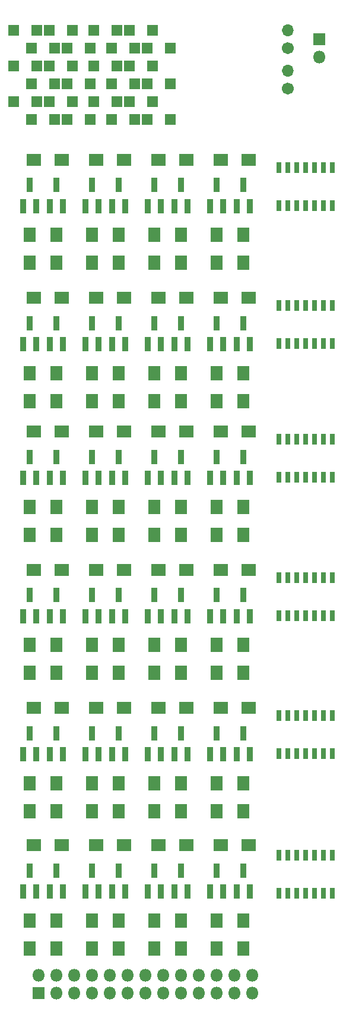
<source format=gts>
G04 #@! TF.FileFunction,Soldermask,Top*
%FSLAX46Y46*%
G04 Gerber Fmt 4.6, Leading zero omitted, Abs format (unit mm)*
G04 Created by KiCad (PCBNEW 4.0.7) date Wed Feb 14 16:44:24 2018*
%MOMM*%
%LPD*%
G01*
G04 APERTURE LIST*
%ADD10C,0.100000*%
%ADD11R,0.701600X1.601600*%
%ADD12R,1.801600X1.801600*%
%ADD13O,1.801600X1.801600*%
%ADD14R,0.901600X2.001600*%
%ADD15R,2.101600X1.801600*%
%ADD16R,1.601600X1.601600*%
%ADD17C,1.701600*%
%ADD18O,1.701600X1.701600*%
%ADD19R,1.801600X2.101600*%
G04 APERTURE END LIST*
D10*
D11*
X67583219Y-38199377D03*
X66313219Y-38199377D03*
X65043219Y-38199377D03*
X63773219Y-38199377D03*
X62503219Y-38199377D03*
X61233219Y-38199377D03*
X59963219Y-38199377D03*
X59963219Y-43599377D03*
X61233219Y-43599377D03*
X62503219Y-43599377D03*
X63773219Y-43599377D03*
X65043219Y-43599377D03*
X66313219Y-43599377D03*
X67583219Y-43599377D03*
X67583219Y-96619377D03*
X66313219Y-96619377D03*
X65043219Y-96619377D03*
X63773219Y-96619377D03*
X62503219Y-96619377D03*
X61233219Y-96619377D03*
X59963219Y-96619377D03*
X59963219Y-102019377D03*
X61233219Y-102019377D03*
X62503219Y-102019377D03*
X63773219Y-102019377D03*
X65043219Y-102019377D03*
X66313219Y-102019377D03*
X67583219Y-102019377D03*
D12*
X25673219Y-155834377D03*
D13*
X25673219Y-153294377D03*
X28213219Y-155834377D03*
X28213219Y-153294377D03*
X30753219Y-155834377D03*
X30753219Y-153294377D03*
X33293219Y-155834377D03*
X33293219Y-153294377D03*
X35833219Y-155834377D03*
X35833219Y-153294377D03*
X38373219Y-155834377D03*
X38373219Y-153294377D03*
X40913219Y-155834377D03*
X40913219Y-153294377D03*
X43453219Y-155834377D03*
X43453219Y-153294377D03*
X45993219Y-155834377D03*
X45993219Y-153294377D03*
X48533219Y-155834377D03*
X48533219Y-153294377D03*
X51073219Y-155834377D03*
X51073219Y-153294377D03*
X53613219Y-155834377D03*
X53613219Y-153294377D03*
X56153219Y-155834377D03*
X56153219Y-153294377D03*
D11*
X67583219Y-76934377D03*
X66313219Y-76934377D03*
X65043219Y-76934377D03*
X63773219Y-76934377D03*
X62503219Y-76934377D03*
X61233219Y-76934377D03*
X59963219Y-76934377D03*
X59963219Y-82334377D03*
X61233219Y-82334377D03*
X62503219Y-82334377D03*
X63773219Y-82334377D03*
X65043219Y-82334377D03*
X66313219Y-82334377D03*
X67583219Y-82334377D03*
X67583219Y-136149377D03*
X66313219Y-136149377D03*
X65043219Y-136149377D03*
X63773219Y-136149377D03*
X62503219Y-136149377D03*
X61233219Y-136149377D03*
X59963219Y-136149377D03*
X59963219Y-141549377D03*
X61233219Y-141549377D03*
X62503219Y-141549377D03*
X63773219Y-141549377D03*
X65043219Y-141549377D03*
X66313219Y-141549377D03*
X67583219Y-141549377D03*
X67583219Y-116304377D03*
X66313219Y-116304377D03*
X65043219Y-116304377D03*
X63773219Y-116304377D03*
X62503219Y-116304377D03*
X61233219Y-116304377D03*
X59963219Y-116304377D03*
X59963219Y-121704377D03*
X61233219Y-121704377D03*
X62503219Y-121704377D03*
X63773219Y-121704377D03*
X65043219Y-121704377D03*
X66313219Y-121704377D03*
X67583219Y-121704377D03*
D14*
X41233219Y-141333477D03*
X43133219Y-141333477D03*
X42183219Y-138333477D03*
X53933219Y-141333477D03*
X55833219Y-141333477D03*
X54883219Y-138333477D03*
D15*
X46723219Y-134753477D03*
X42723219Y-134753477D03*
D16*
X33548219Y-18674377D03*
X36848219Y-18674377D03*
X33038219Y-26294377D03*
X29738219Y-26294377D03*
D15*
X28943219Y-134753477D03*
X24943219Y-134753477D03*
D16*
X22118219Y-18674377D03*
X25418219Y-18674377D03*
D15*
X37833219Y-134753477D03*
X33833219Y-134753477D03*
D16*
X30498219Y-18674377D03*
X27198219Y-18674377D03*
D15*
X55613219Y-134753477D03*
X51613219Y-134753477D03*
D16*
X41928219Y-18674377D03*
X38628219Y-18674377D03*
D15*
X28943219Y-115194377D03*
X24943219Y-115194377D03*
D16*
X24658219Y-21214377D03*
X27958219Y-21214377D03*
D15*
X37833219Y-115194377D03*
X33833219Y-115194377D03*
D16*
X33038219Y-21214377D03*
X29738219Y-21214377D03*
D15*
X46723219Y-115194377D03*
X42723219Y-115194377D03*
D16*
X36088219Y-21214377D03*
X39388219Y-21214377D03*
D15*
X55613219Y-115194377D03*
X51613219Y-115194377D03*
D16*
X44468219Y-21214377D03*
X41168219Y-21214377D03*
D15*
X28943219Y-95509377D03*
X24943219Y-95509377D03*
D16*
X22118219Y-23754377D03*
X25418219Y-23754377D03*
D15*
X37833219Y-95509377D03*
X33833219Y-95509377D03*
D16*
X30498219Y-23754377D03*
X27198219Y-23754377D03*
D15*
X46723219Y-95509377D03*
X42723219Y-95509377D03*
D16*
X33548219Y-23754377D03*
X36848219Y-23754377D03*
D15*
X55613219Y-95509377D03*
X51613219Y-95509377D03*
D16*
X41928219Y-23754377D03*
X38628219Y-23754377D03*
D15*
X28943219Y-75824377D03*
X24943219Y-75824377D03*
D16*
X24658219Y-26294377D03*
X27958219Y-26294377D03*
D15*
X37833219Y-75824377D03*
X33833219Y-75824377D03*
X46723219Y-75824377D03*
X42723219Y-75824377D03*
D16*
X36088219Y-26294377D03*
X39388219Y-26294377D03*
D15*
X55613219Y-75824377D03*
X51613219Y-75824377D03*
D16*
X44468219Y-26294377D03*
X41168219Y-26294377D03*
D15*
X28943219Y-56774377D03*
X24943219Y-56774377D03*
D16*
X22118219Y-28834377D03*
X25418219Y-28834377D03*
D15*
X37833219Y-56774377D03*
X33833219Y-56774377D03*
D16*
X30498219Y-28834377D03*
X27198219Y-28834377D03*
D15*
X46723219Y-56774377D03*
X42723219Y-56774377D03*
D16*
X33548219Y-28834377D03*
X36848219Y-28834377D03*
D15*
X55613219Y-56774377D03*
X51613219Y-56774377D03*
D16*
X41928219Y-28834377D03*
X38628219Y-28834377D03*
D15*
X28943219Y-37089377D03*
X24943219Y-37089377D03*
D16*
X24658219Y-31374377D03*
X27958219Y-31374377D03*
D15*
X37833219Y-37089377D03*
X33833219Y-37089377D03*
D16*
X33038219Y-31374377D03*
X29738219Y-31374377D03*
D15*
X46723219Y-37089377D03*
X42723219Y-37089377D03*
D16*
X36088219Y-31374377D03*
X39388219Y-31374377D03*
D15*
X55613219Y-37089377D03*
X51613219Y-37089377D03*
D16*
X44468219Y-31374377D03*
X41168219Y-31374377D03*
D12*
X65678219Y-19944377D03*
D13*
X65678219Y-22484377D03*
D14*
X23453219Y-141333477D03*
X25353219Y-141333477D03*
X24403219Y-138333477D03*
X27263219Y-141333477D03*
X29163219Y-141333477D03*
X28213219Y-138333477D03*
X32343219Y-141333477D03*
X34243219Y-141333477D03*
X33293219Y-138333477D03*
X36153219Y-141333477D03*
X38053219Y-141333477D03*
X37103219Y-138333477D03*
X45043219Y-141333477D03*
X46943219Y-141333477D03*
X45993219Y-138333477D03*
X50123219Y-141333477D03*
X52023219Y-141333477D03*
X51073219Y-138333477D03*
X23453219Y-121774377D03*
X25353219Y-121774377D03*
X24403219Y-118774377D03*
X27263219Y-121774377D03*
X29163219Y-121774377D03*
X28213219Y-118774377D03*
X32343219Y-121774377D03*
X34243219Y-121774377D03*
X33293219Y-118774377D03*
X36153219Y-121774377D03*
X38053219Y-121774377D03*
X37103219Y-118774377D03*
X41233219Y-121774377D03*
X43133219Y-121774377D03*
X42183219Y-118774377D03*
X45043219Y-121774377D03*
X46943219Y-121774377D03*
X45993219Y-118774377D03*
X50123219Y-121774377D03*
X52023219Y-121774377D03*
X51073219Y-118774377D03*
X53933219Y-121774377D03*
X55833219Y-121774377D03*
X54883219Y-118774377D03*
X23453219Y-102089377D03*
X25353219Y-102089377D03*
X24403219Y-99089377D03*
X27263219Y-102089377D03*
X29163219Y-102089377D03*
X28213219Y-99089377D03*
X32343219Y-102089377D03*
X34243219Y-102089377D03*
X33293219Y-99089377D03*
X36153219Y-102089377D03*
X38053219Y-102089377D03*
X37103219Y-99089377D03*
X41233219Y-102089377D03*
X43133219Y-102089377D03*
X42183219Y-99089377D03*
X45043219Y-102089377D03*
X46943219Y-102089377D03*
X45993219Y-99089377D03*
X50123219Y-102089377D03*
X52023219Y-102089377D03*
X51073219Y-99089377D03*
X53933219Y-102089377D03*
X55833219Y-102089377D03*
X54883219Y-99089377D03*
X23453219Y-82404377D03*
X25353219Y-82404377D03*
X24403219Y-79404377D03*
X27263219Y-82404377D03*
X29163219Y-82404377D03*
X28213219Y-79404377D03*
X32343219Y-82404377D03*
X34243219Y-82404377D03*
X33293219Y-79404377D03*
X36153219Y-82404377D03*
X38053219Y-82404377D03*
X37103219Y-79404377D03*
X41233219Y-82404377D03*
X43133219Y-82404377D03*
X42183219Y-79404377D03*
X45043219Y-82404377D03*
X46943219Y-82404377D03*
X45993219Y-79404377D03*
X50123219Y-82404377D03*
X52023219Y-82404377D03*
X51073219Y-79404377D03*
X53933219Y-82404377D03*
X55833219Y-82404377D03*
X54883219Y-79404377D03*
X23453219Y-63354377D03*
X25353219Y-63354377D03*
X24403219Y-60354377D03*
X27263219Y-63354377D03*
X29163219Y-63354377D03*
X28213219Y-60354377D03*
X32343219Y-63354377D03*
X34243219Y-63354377D03*
X33293219Y-60354377D03*
X36153219Y-63354377D03*
X38053219Y-63354377D03*
X37103219Y-60354377D03*
X41233219Y-63354377D03*
X43133219Y-63354377D03*
X42183219Y-60354377D03*
X45043219Y-63354377D03*
X46943219Y-63354377D03*
X45993219Y-60354377D03*
X50123219Y-63354377D03*
X52023219Y-63354377D03*
X51073219Y-60354377D03*
X53933219Y-63354377D03*
X55833219Y-63354377D03*
X54883219Y-60354377D03*
X23453219Y-43669377D03*
X25353219Y-43669377D03*
X24403219Y-40669377D03*
X27263219Y-43669377D03*
X29163219Y-43669377D03*
X28213219Y-40669377D03*
X32343219Y-43669377D03*
X34243219Y-43669377D03*
X33293219Y-40669377D03*
X36153219Y-43669377D03*
X38053219Y-43669377D03*
X37103219Y-40669377D03*
X41233219Y-43669377D03*
X43133219Y-43669377D03*
X42183219Y-40669377D03*
X45043219Y-43669377D03*
X46943219Y-43669377D03*
X45993219Y-40669377D03*
X50123219Y-43669377D03*
X52023219Y-43669377D03*
X51073219Y-40669377D03*
X53933219Y-43669377D03*
X55833219Y-43669377D03*
X54883219Y-40669377D03*
D17*
X61233219Y-21214377D03*
D18*
X61233219Y-18674377D03*
D17*
X61233219Y-26929377D03*
D18*
X61233219Y-24389377D03*
D19*
X24403219Y-145453477D03*
X24403219Y-149453477D03*
X28213219Y-145453477D03*
X28213219Y-149453477D03*
X33293219Y-145453477D03*
X33293219Y-149453477D03*
X37103219Y-145453477D03*
X37103219Y-149453477D03*
X42183219Y-145453477D03*
X42183219Y-149453477D03*
X45993219Y-145453477D03*
X45993219Y-149453477D03*
X51073219Y-145453477D03*
X51073219Y-149453477D03*
X54883219Y-145453477D03*
X54883219Y-149453477D03*
X24403219Y-125894377D03*
X24403219Y-129894377D03*
X28213219Y-125894377D03*
X28213219Y-129894377D03*
X33293219Y-125894377D03*
X33293219Y-129894377D03*
X37103219Y-125894377D03*
X37103219Y-129894377D03*
X42183219Y-125894377D03*
X42183219Y-129894377D03*
X45993219Y-125894377D03*
X45993219Y-129894377D03*
X51073219Y-125894377D03*
X51073219Y-129894377D03*
X54883219Y-125894377D03*
X54883219Y-129894377D03*
X24403219Y-106209377D03*
X24403219Y-110209377D03*
X28213219Y-106209377D03*
X28213219Y-110209377D03*
X33293219Y-106209377D03*
X33293219Y-110209377D03*
X37103219Y-106209377D03*
X37103219Y-110209377D03*
X42183219Y-106209377D03*
X42183219Y-110209377D03*
X45993219Y-106209377D03*
X45993219Y-110209377D03*
X51073219Y-106209377D03*
X51073219Y-110209377D03*
X54883219Y-106209377D03*
X54883219Y-110209377D03*
X24403219Y-86524377D03*
X24403219Y-90524377D03*
X28213219Y-86524377D03*
X28213219Y-90524377D03*
X33293219Y-86524377D03*
X33293219Y-90524377D03*
X37103219Y-86524377D03*
X37103219Y-90524377D03*
X42183219Y-86524377D03*
X42183219Y-90524377D03*
X45993219Y-86524377D03*
X45993219Y-90524377D03*
X51073219Y-86524377D03*
X51073219Y-90524377D03*
X54883219Y-86524377D03*
X54883219Y-90524377D03*
X24403219Y-67474377D03*
X24403219Y-71474377D03*
X28213219Y-67474377D03*
X28213219Y-71474377D03*
X33293219Y-67474377D03*
X33293219Y-71474377D03*
X37103219Y-67474377D03*
X37103219Y-71474377D03*
X42183219Y-67474377D03*
X42183219Y-71474377D03*
X45993219Y-67474377D03*
X45993219Y-71474377D03*
X51073219Y-67474377D03*
X51073219Y-71474377D03*
X54883219Y-67474377D03*
X54883219Y-71474377D03*
X24403219Y-47789377D03*
X24403219Y-51789377D03*
X28213219Y-47789377D03*
X28213219Y-51789377D03*
X33293219Y-47789377D03*
X33293219Y-51789377D03*
X37103219Y-47789377D03*
X37103219Y-51789377D03*
X42183219Y-47789377D03*
X42183219Y-51789377D03*
X45993219Y-47789377D03*
X45993219Y-51789377D03*
X51073219Y-47789377D03*
X51073219Y-51789377D03*
X54883219Y-47789377D03*
X54883219Y-51789377D03*
D11*
X67583219Y-57884377D03*
X66313219Y-57884377D03*
X65043219Y-57884377D03*
X63773219Y-57884377D03*
X62503219Y-57884377D03*
X61233219Y-57884377D03*
X59963219Y-57884377D03*
X59963219Y-63284377D03*
X61233219Y-63284377D03*
X62503219Y-63284377D03*
X63773219Y-63284377D03*
X65043219Y-63284377D03*
X66313219Y-63284377D03*
X67583219Y-63284377D03*
M02*

</source>
